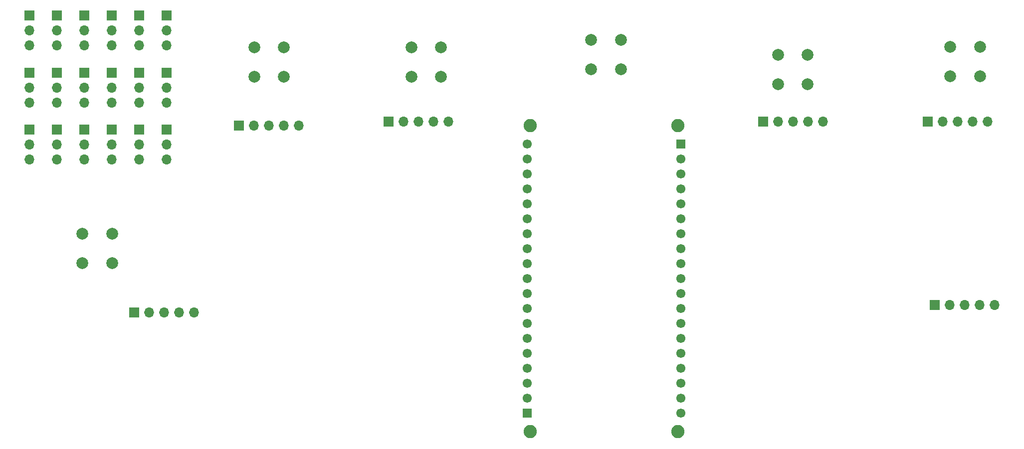
<source format=gbr>
%TF.GenerationSoftware,KiCad,Pcbnew,8.0.6*%
%TF.CreationDate,2024-10-27T21:16:08+01:00*%
%TF.ProjectId,Controller-BMU-Kombi,436f6e74-726f-46c6-9c65-722d424d552d,rev?*%
%TF.SameCoordinates,Original*%
%TF.FileFunction,Soldermask,Bot*%
%TF.FilePolarity,Negative*%
%FSLAX46Y46*%
G04 Gerber Fmt 4.6, Leading zero omitted, Abs format (unit mm)*
G04 Created by KiCad (PCBNEW 8.0.6) date 2024-10-27 21:16:08*
%MOMM*%
%LPD*%
G01*
G04 APERTURE LIST*
G04 Aperture macros list*
%AMRoundRect*
0 Rectangle with rounded corners*
0 $1 Rounding radius*
0 $2 $3 $4 $5 $6 $7 $8 $9 X,Y pos of 4 corners*
0 Add a 4 corners polygon primitive as box body*
4,1,4,$2,$3,$4,$5,$6,$7,$8,$9,$2,$3,0*
0 Add four circle primitives for the rounded corners*
1,1,$1+$1,$2,$3*
1,1,$1+$1,$4,$5*
1,1,$1+$1,$6,$7*
1,1,$1+$1,$8,$9*
0 Add four rect primitives between the rounded corners*
20,1,$1+$1,$2,$3,$4,$5,0*
20,1,$1+$1,$4,$5,$6,$7,0*
20,1,$1+$1,$6,$7,$8,$9,0*
20,1,$1+$1,$8,$9,$2,$3,0*%
G04 Aperture macros list end*
%ADD10R,1.700000X1.700000*%
%ADD11O,1.700000X1.700000*%
%ADD12C,2.000000*%
%ADD13C,2.250000*%
%ADD14RoundRect,0.102000X0.675000X0.675000X-0.675000X0.675000X-0.675000X-0.675000X0.675000X-0.675000X0*%
%ADD15C,1.554000*%
G04 APERTURE END LIST*
D10*
%TO.C,J24*%
X74000000Y-83920000D03*
D11*
X74000000Y-86460000D03*
X74000000Y-89000000D03*
%TD*%
D10*
%TO.C,J23*%
X69350000Y-83920000D03*
D11*
X69350000Y-86460000D03*
X69350000Y-89000000D03*
%TD*%
D10*
%TO.C,J22*%
X64700000Y-83920000D03*
D11*
X64700000Y-86460000D03*
X64700000Y-89000000D03*
%TD*%
D10*
%TO.C,J21*%
X60050000Y-83920000D03*
D11*
X60050000Y-86460000D03*
X60050000Y-89000000D03*
%TD*%
D10*
%TO.C,J20*%
X55400000Y-83920000D03*
D11*
X55400000Y-86460000D03*
X55400000Y-89000000D03*
%TD*%
D10*
%TO.C,J19*%
X50750000Y-83920000D03*
D11*
X50750000Y-86460000D03*
X50750000Y-89000000D03*
%TD*%
D10*
%TO.C,J18*%
X74000000Y-74220000D03*
D11*
X74000000Y-76760000D03*
X74000000Y-79300000D03*
%TD*%
D10*
%TO.C,J17*%
X69350000Y-74220000D03*
D11*
X69350000Y-76760000D03*
X69350000Y-79300000D03*
%TD*%
D10*
%TO.C,J16*%
X64700000Y-74220000D03*
D11*
X64700000Y-76760000D03*
X64700000Y-79300000D03*
%TD*%
D10*
%TO.C,J15*%
X60050000Y-74220000D03*
D11*
X60050000Y-76760000D03*
X60050000Y-79300000D03*
%TD*%
D10*
%TO.C,J14*%
X55400000Y-74220000D03*
D11*
X55400000Y-76760000D03*
X55400000Y-79300000D03*
%TD*%
D10*
%TO.C,J13*%
X50750000Y-74220000D03*
D11*
X50750000Y-76760000D03*
X50750000Y-79300000D03*
%TD*%
D10*
%TO.C,J12*%
X74000000Y-64520000D03*
D11*
X74000000Y-67060000D03*
X74000000Y-69600000D03*
%TD*%
D10*
%TO.C,J11*%
X69350000Y-64520000D03*
D11*
X69350000Y-67060000D03*
X69350000Y-69600000D03*
%TD*%
D10*
%TO.C,J10*%
X64700000Y-64520000D03*
D11*
X64700000Y-67060000D03*
X64700000Y-69600000D03*
%TD*%
D10*
%TO.C,J9*%
X60050000Y-64520000D03*
D11*
X60050000Y-67060000D03*
X60050000Y-69600000D03*
%TD*%
D10*
%TO.C,J8*%
X55400000Y-64520000D03*
D11*
X55400000Y-67060000D03*
X55400000Y-69600000D03*
%TD*%
D10*
%TO.C,J7*%
X50750000Y-64520000D03*
D11*
X50750000Y-67060000D03*
X50750000Y-69600000D03*
%TD*%
D10*
%TO.C,J3*%
X175260000Y-82550000D03*
D11*
X177800000Y-82550000D03*
X180340000Y-82550000D03*
X182880000Y-82550000D03*
X185420000Y-82550000D03*
%TD*%
D12*
%TO.C,U7*%
X207090000Y-74850000D03*
X207090000Y-69850000D03*
X212090000Y-74850000D03*
X212090000Y-69850000D03*
%TD*%
D10*
%TO.C,J1*%
X86340000Y-83230000D03*
D11*
X88880000Y-83230000D03*
X91420000Y-83230000D03*
X93960000Y-83230000D03*
X96500000Y-83230000D03*
%TD*%
D12*
%TO.C,U3*%
X146130000Y-73660000D03*
X146130000Y-68660000D03*
X151130000Y-73660000D03*
X151130000Y-68660000D03*
%TD*%
%TO.C,U5*%
X115610000Y-74890000D03*
X115610000Y-69890000D03*
X120610000Y-74890000D03*
X120610000Y-69890000D03*
%TD*%
D10*
%TO.C,J4*%
X203200000Y-82550000D03*
D11*
X205740000Y-82550000D03*
X208280000Y-82550000D03*
X210820000Y-82550000D03*
X213360000Y-82550000D03*
%TD*%
D12*
%TO.C,U8*%
X59770000Y-101600000D03*
X64770000Y-101600000D03*
X59770000Y-106600000D03*
X64770000Y-106600000D03*
%TD*%
%TO.C,U6*%
X177840000Y-76160000D03*
X177840000Y-71160000D03*
X182840000Y-76160000D03*
X182840000Y-71160000D03*
%TD*%
D10*
%TO.C,J2*%
X111740000Y-82550000D03*
D11*
X114280000Y-82550000D03*
X116820000Y-82550000D03*
X119360000Y-82550000D03*
X121900000Y-82550000D03*
%TD*%
D12*
%TO.C,U4*%
X88940000Y-74890000D03*
X88940000Y-69890000D03*
X93940000Y-74890000D03*
X93940000Y-69890000D03*
%TD*%
D10*
%TO.C,J5*%
X68560000Y-114980000D03*
D11*
X71100000Y-114980000D03*
X73640000Y-114980000D03*
X76180000Y-114980000D03*
X78720000Y-114980000D03*
%TD*%
D10*
%TO.C,J6*%
X204450000Y-113710000D03*
D11*
X206990000Y-113710000D03*
X209530000Y-113710000D03*
X212070000Y-113710000D03*
X214610000Y-113710000D03*
%TD*%
D13*
%TO.C,U2*%
X160790000Y-135220000D03*
X160790000Y-83220000D03*
X135790000Y-135220000D03*
X135790000Y-83220000D03*
D14*
X135290000Y-132080000D03*
D15*
X135290000Y-129540000D03*
X135290000Y-127000000D03*
X135290000Y-124460000D03*
X135290000Y-121920000D03*
X135290000Y-119380000D03*
X135290000Y-116840000D03*
X135290000Y-114300000D03*
X135290000Y-111760000D03*
X135290000Y-109220000D03*
X135290000Y-106680000D03*
X135290000Y-104140000D03*
X135290000Y-101600000D03*
X135290000Y-99060000D03*
X135290000Y-96520000D03*
X135290000Y-93980000D03*
X135290000Y-91440000D03*
X135290000Y-88900000D03*
X135290000Y-86360000D03*
D14*
X161290000Y-86360000D03*
D15*
X161290000Y-88900000D03*
X161290000Y-91440000D03*
X161290000Y-93980000D03*
X161290000Y-96520000D03*
X161290000Y-99060000D03*
X161290000Y-101600000D03*
X161290000Y-104140000D03*
X161290000Y-106680000D03*
X161290000Y-109220000D03*
X161290000Y-111760000D03*
X161290000Y-114300000D03*
X161290000Y-116840000D03*
X161290000Y-119380000D03*
X161290000Y-121920000D03*
X161290000Y-124460000D03*
X161290000Y-127000000D03*
X161290000Y-129540000D03*
X161290000Y-132080000D03*
%TD*%
M02*

</source>
